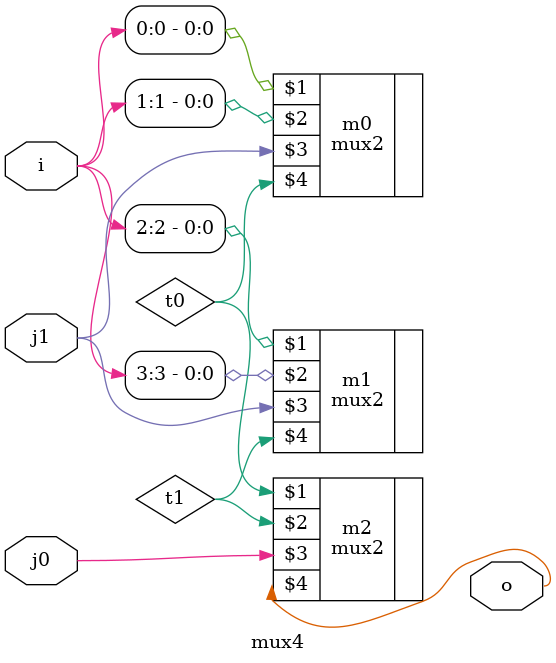
<source format=v>
module mux4 (input wire [0:3] i, input wire j1, j0, output wire o);
  wire  t0, t1;
  mux2 m0 (i[0], i[1], j1, t0);
  mux2 m1 (i[2], i[3], j1, t1);
  mux2 m2 (t0, t1, j0, o);
endmodule

</source>
